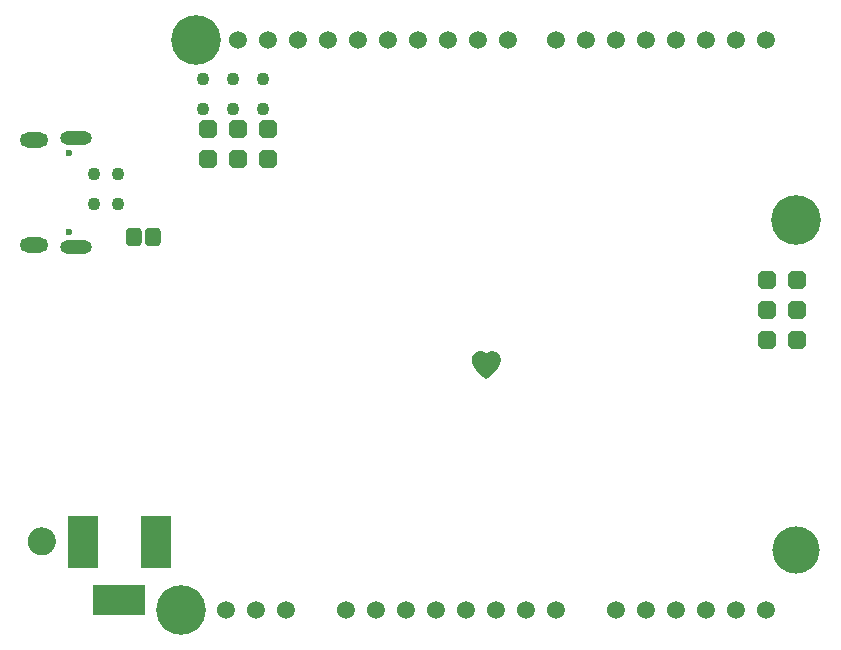
<source format=gbs>
G04*
G04 #@! TF.GenerationSoftware,Altium Limited,Altium Designer,23.8.1 (32)*
G04*
G04 Layer_Color=16711935*
%FSLAX44Y44*%
%MOMM*%
G71*
G04*
G04 #@! TF.SameCoordinates,6629C207-265C-49F2-9D33-E76E02802E5F*
G04*
G04*
G04 #@! TF.FilePolarity,Negative*
G04*
G01*
G75*
%ADD90R,2.6000X4.5000*%
%ADD91R,4.5000X2.6000*%
%ADD92O,2.4000X1.3000*%
%ADD93O,2.7000X1.1500*%
%ADD94C,0.6000*%
G04:AMPARAMS|DCode=95|XSize=1.6007mm|YSize=1.6007mm|CornerRadius=0mm|HoleSize=0mm|Usage=FLASHONLY|Rotation=180.000|XOffset=0mm|YOffset=0mm|HoleType=Round|Shape=Octagon|*
%AMOCTAGOND95*
4,1,8,-0.8004,0.4002,-0.8004,-0.4002,-0.4002,-0.8004,0.4002,-0.8004,0.8004,-0.4002,0.8004,0.4002,0.4002,0.8004,-0.4002,0.8004,-0.8004,0.4002,0.0*
%
%ADD95OCTAGOND95*%

%ADD96C,1.5220*%
%ADD97C,1.5224*%
G04:AMPARAMS|DCode=98|XSize=1.6007mm|YSize=1.6007mm|CornerRadius=0mm|HoleSize=0mm|Usage=FLASHONLY|Rotation=270.000|XOffset=0mm|YOffset=0mm|HoleType=Round|Shape=Octagon|*
%AMOCTAGOND98*
4,1,8,-0.4002,-0.8004,0.4002,-0.8004,0.8004,-0.4002,0.8004,0.4002,0.4002,0.8004,-0.4002,0.8004,-0.8004,0.4002,-0.8004,-0.4002,-0.4002,-0.8004,0.0*
%
%ADD98OCTAGOND98*%

%ADD99C,4.1999*%
%ADD100C,3.9999*%
G04:AMPARAMS|DCode=142|XSize=1.1mm|YSize=1.1mm|CornerRadius=0.55mm|HoleSize=0mm|Usage=FLASHONLY|Rotation=90.000|XOffset=0mm|YOffset=0mm|HoleType=Round|Shape=RoundedRectangle|*
%AMROUNDEDRECTD142*
21,1,1.1000,0.0000,0,0,90.0*
21,1,0.0000,1.1000,0,0,90.0*
1,1,1.1000,0.0000,0.0000*
1,1,1.1000,0.0000,0.0000*
1,1,1.1000,0.0000,0.0000*
1,1,1.1000,0.0000,0.0000*
%
%ADD142ROUNDEDRECTD142*%
G04:AMPARAMS|DCode=143|XSize=1.35mm|YSize=1.57mm|CornerRadius=0.3313mm|HoleSize=0mm|Usage=FLASHONLY|Rotation=180.000|XOffset=0mm|YOffset=0mm|HoleType=Round|Shape=RoundedRectangle|*
%AMROUNDEDRECTD143*
21,1,1.3500,0.9075,0,0,180.0*
21,1,0.6875,1.5700,0,0,180.0*
1,1,0.6625,-0.3438,0.4537*
1,1,0.6625,0.3438,0.4537*
1,1,0.6625,0.3438,-0.4537*
1,1,0.6625,-0.3438,-0.4537*
%
%ADD143ROUNDEDRECTD143*%
G04:AMPARAMS|DCode=144|XSize=1.1mm|YSize=1.1mm|CornerRadius=0.55mm|HoleSize=0mm|Usage=FLASHONLY|Rotation=180.000|XOffset=0mm|YOffset=0mm|HoleType=Round|Shape=RoundedRectangle|*
%AMROUNDEDRECTD144*
21,1,1.1000,0.0000,0,0,180.0*
21,1,0.0000,1.1000,0,0,180.0*
1,1,1.1000,0.0000,0.0000*
1,1,1.1000,0.0000,0.0000*
1,1,1.1000,0.0000,0.0000*
1,1,1.1000,0.0000,0.0000*
%
%ADD144ROUNDEDRECTD144*%
%ADD145C,1.1000*%
G36*
X28540Y93061D02*
X28606D01*
Y92995D01*
X28672D01*
Y92929D01*
X28804D01*
Y92863D01*
X28936D01*
Y92731D01*
X29069D01*
Y92664D01*
X29201D01*
Y92598D01*
X29267D01*
Y92532D01*
X29333D01*
Y92466D01*
X29399D01*
Y92400D01*
X29465D01*
Y92334D01*
X29532D01*
Y92268D01*
X29598D01*
Y92201D01*
X29796D01*
Y92135D01*
X29862D01*
Y92069D01*
X29929D01*
Y92003D01*
X29995D01*
Y91937D01*
X30061D01*
Y91871D01*
X30127D01*
Y91805D01*
X30193D01*
Y91738D01*
X30259D01*
Y91672D01*
X30325D01*
Y91606D01*
X30392D01*
Y91540D01*
X30458D01*
Y91474D01*
X30524D01*
Y91408D01*
X30590D01*
Y91341D01*
X30656D01*
Y91275D01*
X30722D01*
Y91209D01*
X30788D01*
Y91143D01*
X30855D01*
Y91077D01*
X30921D01*
Y90878D01*
X30987D01*
Y90812D01*
X31053D01*
Y90746D01*
X31119D01*
Y90680D01*
X31185D01*
Y90614D01*
X31251D01*
Y90548D01*
X31318D01*
Y90482D01*
X31384D01*
Y90283D01*
X31450D01*
Y90217D01*
X31582D01*
Y90085D01*
X31714D01*
Y89886D01*
X31781D01*
Y89820D01*
X31847D01*
Y89754D01*
X31913D01*
Y89556D01*
X31979D01*
Y89489D01*
X32045D01*
Y89423D01*
X32111D01*
Y89291D01*
X32178D01*
Y89225D01*
X32244D01*
Y89026D01*
X32310D01*
Y88828D01*
X32442D01*
Y88630D01*
X32508D01*
Y88431D01*
X32574D01*
Y88365D01*
X32641D01*
Y88233D01*
X32707D01*
Y88166D01*
X32773D01*
Y87968D01*
X32839D01*
Y87769D01*
X32971D01*
Y87439D01*
X33037D01*
Y87306D01*
X33103D01*
Y87240D01*
X33170D01*
Y86910D01*
X33302D01*
Y86513D01*
X33368D01*
Y86182D01*
X33500D01*
Y85653D01*
X33567D01*
Y85190D01*
X33633D01*
Y85124D01*
X33699D01*
Y84198D01*
X33765D01*
Y84131D01*
X33831D01*
Y82213D01*
X33765D01*
Y82147D01*
X33699D01*
Y81353D01*
X33633D01*
Y81287D01*
X33567D01*
Y80692D01*
X33500D01*
Y80295D01*
X33434D01*
Y80229D01*
X33368D01*
Y79832D01*
X33302D01*
Y79567D01*
X33236D01*
Y79501D01*
X33170D01*
Y79237D01*
X33103D01*
Y79171D01*
X33037D01*
Y78906D01*
X32971D01*
Y78708D01*
X32905D01*
Y78641D01*
X32839D01*
Y78377D01*
X32773D01*
Y78178D01*
X32707D01*
Y78112D01*
X32641D01*
Y77914D01*
X32508D01*
Y77715D01*
X32442D01*
Y77517D01*
X32376D01*
Y77451D01*
X32310D01*
Y77319D01*
X32244D01*
Y77252D01*
X32178D01*
Y77186D01*
X32111D01*
Y76988D01*
X32045D01*
Y76922D01*
X31979D01*
Y76789D01*
X31913D01*
Y76657D01*
X31781D01*
Y76459D01*
X31714D01*
Y76392D01*
X31648D01*
Y76326D01*
X31582D01*
Y76260D01*
X31516D01*
Y76194D01*
X31450D01*
Y75996D01*
X31384D01*
Y75929D01*
X31318D01*
Y75863D01*
X31251D01*
Y75797D01*
X31185D01*
Y75665D01*
X31119D01*
Y75599D01*
X31053D01*
Y75533D01*
X30987D01*
Y75466D01*
X30921D01*
Y75400D01*
X30855D01*
Y75334D01*
X30788D01*
Y75268D01*
X30722D01*
Y75202D01*
X30656D01*
Y75136D01*
X30590D01*
Y75069D01*
X30524D01*
Y75003D01*
X30458D01*
Y74937D01*
X30392D01*
Y74871D01*
X30325D01*
Y74805D01*
X30259D01*
Y74739D01*
X30193D01*
Y74673D01*
X30127D01*
Y74606D01*
X30061D01*
Y74540D01*
X29995D01*
Y74474D01*
X29929D01*
Y74408D01*
X29862D01*
Y74342D01*
X29796D01*
Y74276D01*
X29730D01*
Y74210D01*
X29664D01*
Y74144D01*
X29598D01*
Y74077D01*
X29532D01*
Y74011D01*
X29465D01*
Y73945D01*
X29399D01*
Y73879D01*
X29267D01*
Y73813D01*
X29201D01*
Y73747D01*
X29135D01*
Y73681D01*
X29069D01*
Y73614D01*
X28870D01*
Y73548D01*
X28804D01*
Y73482D01*
X28738D01*
Y73416D01*
X28672D01*
Y73350D01*
X28540D01*
Y73284D01*
X28407D01*
Y73151D01*
X28209D01*
Y73085D01*
X28143D01*
Y73019D01*
X28076D01*
Y72953D01*
X27878D01*
Y72887D01*
X27812D01*
Y72821D01*
X27680D01*
Y72754D01*
X27481D01*
Y72688D01*
X27415D01*
Y72622D01*
X27217D01*
Y72556D01*
X27084D01*
Y72490D01*
X27018D01*
Y72424D01*
X26820D01*
Y72358D01*
X26753D01*
Y72291D01*
X26621D01*
Y72225D01*
X26423D01*
Y72159D01*
X26357D01*
Y72093D01*
X26092D01*
Y72027D01*
X25828D01*
Y71961D01*
X25761D01*
Y71894D01*
X25431D01*
Y71762D01*
X25100D01*
Y71696D01*
X24703D01*
Y71564D01*
X24174D01*
Y71498D01*
X23579D01*
Y71431D01*
X23512D01*
Y71365D01*
X20403D01*
Y71431D01*
X20337D01*
Y71498D01*
X19610D01*
Y71564D01*
X19213D01*
Y71630D01*
X19147D01*
Y71696D01*
X18750D01*
Y71762D01*
X18419D01*
Y71828D01*
X18353D01*
Y71894D01*
X18022D01*
Y72027D01*
X17692D01*
Y72093D01*
X17493D01*
Y72225D01*
X17162D01*
Y72291D01*
X17030D01*
Y72358D01*
X16964D01*
Y72424D01*
X16766D01*
Y72490D01*
X16699D01*
Y72556D01*
X16567D01*
Y72622D01*
X16369D01*
Y72688D01*
X16302D01*
Y72754D01*
X16104D01*
Y72821D01*
X15972D01*
Y72887D01*
X15906D01*
Y72953D01*
X15840D01*
Y73019D01*
X15773D01*
Y73085D01*
X15575D01*
Y73151D01*
X15443D01*
Y73218D01*
X15376D01*
Y73284D01*
X15310D01*
Y73350D01*
X15112D01*
Y73416D01*
X15046D01*
Y73482D01*
X14980D01*
Y73548D01*
X14913D01*
Y73614D01*
X14847D01*
Y73681D01*
X14649D01*
Y73813D01*
X14517D01*
Y73879D01*
X14450D01*
Y74011D01*
X14318D01*
Y74144D01*
X14120D01*
Y74210D01*
X14053D01*
Y74276D01*
X13987D01*
Y74342D01*
X13921D01*
Y74408D01*
X13855D01*
Y74474D01*
X13789D01*
Y74540D01*
X13723D01*
Y74606D01*
X13657D01*
Y74673D01*
X13591D01*
Y74739D01*
X13524D01*
Y74805D01*
X13458D01*
Y74871D01*
X13392D01*
Y74937D01*
X13326D01*
Y75003D01*
X13260D01*
Y75069D01*
X13194D01*
Y75136D01*
X13127D01*
Y75202D01*
X13061D01*
Y75268D01*
X12995D01*
Y75334D01*
X12929D01*
Y75400D01*
X12863D01*
Y75599D01*
X12731D01*
Y75731D01*
X12665D01*
Y75797D01*
X12532D01*
Y75929D01*
X12400D01*
Y76128D01*
X12334D01*
Y76194D01*
X12268D01*
Y76260D01*
X12201D01*
Y76326D01*
X12135D01*
Y76525D01*
X12069D01*
Y76591D01*
X12003D01*
Y76657D01*
X11937D01*
Y76723D01*
X11871D01*
Y76856D01*
X11805D01*
Y77054D01*
X11738D01*
Y77120D01*
X11672D01*
Y77186D01*
X11606D01*
Y77385D01*
X11474D01*
Y77583D01*
X11408D01*
Y77649D01*
X11342D01*
Y77848D01*
X11275D01*
Y77980D01*
X11209D01*
Y78046D01*
X11143D01*
Y78245D01*
X11077D01*
Y78443D01*
X10945D01*
Y78774D01*
X10878D01*
Y78840D01*
X10812D01*
Y78972D01*
X10746D01*
Y79303D01*
X10614D01*
Y79634D01*
X10548D01*
Y79898D01*
X10482D01*
Y79964D01*
X10416D01*
Y80361D01*
X10349D01*
Y80427D01*
X10283D01*
Y80890D01*
X10217D01*
Y81486D01*
X10151D01*
Y81552D01*
X10085D01*
Y82676D01*
X10019D01*
Y83668D01*
X10085D01*
Y84859D01*
X10151D01*
Y84925D01*
X10217D01*
Y85521D01*
X10283D01*
Y85918D01*
X10349D01*
Y85984D01*
X10416D01*
Y86381D01*
X10482D01*
Y86447D01*
X10548D01*
Y86844D01*
X10614D01*
Y87108D01*
X10680D01*
Y87174D01*
X10746D01*
Y87373D01*
X10812D01*
Y87637D01*
X10878D01*
Y87703D01*
X10945D01*
Y87836D01*
X11011D01*
Y87902D01*
X11077D01*
Y88166D01*
X11143D01*
Y88365D01*
X11209D01*
Y88431D01*
X11275D01*
Y88630D01*
X11342D01*
Y88762D01*
X11408D01*
Y88828D01*
X11474D01*
Y89026D01*
X11540D01*
Y89093D01*
X11606D01*
Y89159D01*
X11672D01*
Y89357D01*
X11805D01*
Y89556D01*
X11871D01*
Y89622D01*
X11937D01*
Y89688D01*
X12003D01*
Y89886D01*
X12069D01*
Y89952D01*
X12135D01*
Y90019D01*
X12201D01*
Y90151D01*
X12268D01*
Y90217D01*
X12334D01*
Y90283D01*
X12400D01*
Y90349D01*
X12466D01*
Y90415D01*
X12532D01*
Y90614D01*
X12598D01*
Y90680D01*
X12665D01*
Y90746D01*
X12731D01*
Y90812D01*
X12797D01*
Y90878D01*
X12863D01*
Y90944D01*
X12929D01*
Y91011D01*
X12995D01*
Y91077D01*
X13061D01*
Y91143D01*
X13127D01*
Y91209D01*
X13194D01*
Y91341D01*
X13260D01*
Y91474D01*
X13392D01*
Y91606D01*
X13458D01*
Y91672D01*
X13591D01*
Y91805D01*
X13723D01*
Y91871D01*
X13855D01*
Y91937D01*
X13921D01*
Y92003D01*
X13987D01*
Y92069D01*
X14053D01*
Y92135D01*
X14120D01*
Y92201D01*
X14186D01*
Y92268D01*
X14252D01*
Y92334D01*
X14318D01*
Y92400D01*
X14384D01*
Y92466D01*
X14450D01*
Y92532D01*
X14649D01*
Y92598D01*
X14715D01*
Y92664D01*
X14781D01*
Y92731D01*
X14847D01*
Y92797D01*
X14913D01*
Y92863D01*
X15046D01*
Y92929D01*
X15112D01*
Y92995D01*
X15178D01*
Y93061D01*
X15376D01*
Y93127D01*
X15443D01*
Y93194D01*
X15509D01*
Y93260D01*
X15707D01*
Y93392D01*
X15840D01*
Y93458D01*
X15972D01*
Y93524D01*
X16038D01*
Y93590D01*
X16236D01*
Y93657D01*
X16302D01*
Y93723D01*
X16435D01*
Y93789D01*
X16633D01*
Y93855D01*
X16699D01*
Y93921D01*
X16898D01*
Y93987D01*
X17030D01*
Y94053D01*
X17096D01*
Y94120D01*
X17295D01*
Y94186D01*
X17361D01*
Y94252D01*
X17625D01*
Y94318D01*
X17890D01*
Y94384D01*
X17956D01*
Y94450D01*
X18155D01*
Y94516D01*
X18551D01*
Y94649D01*
X18882D01*
Y94715D01*
X18948D01*
Y94781D01*
X19411D01*
Y94847D01*
X19941D01*
Y94979D01*
X20800D01*
Y95046D01*
X23115D01*
Y94979D01*
X23909D01*
Y94913D01*
X23975D01*
Y94847D01*
X24505D01*
Y94781D01*
X24901D01*
Y94649D01*
X25298D01*
Y94583D01*
X25364D01*
Y94516D01*
X25629D01*
Y94450D01*
X25960D01*
Y94384D01*
X26026D01*
Y94318D01*
X26158D01*
Y94252D01*
X26489D01*
Y94120D01*
X26687D01*
Y94053D01*
X26753D01*
Y93987D01*
X26952D01*
Y93921D01*
X27217D01*
Y93855D01*
X27283D01*
Y93789D01*
X27481D01*
Y93723D01*
X27547D01*
Y93590D01*
X27746D01*
Y93524D01*
X27812D01*
Y93458D01*
X28010D01*
Y93392D01*
X28143D01*
Y93326D01*
X28209D01*
Y93260D01*
X28275D01*
Y93194D01*
X28473D01*
Y93127D01*
X28540D01*
Y93061D01*
D02*
G37*
G36*
X398487Y242535D02*
Y242579D01*
X398531D01*
Y242623D01*
X398575D01*
Y242667D01*
X398751D01*
Y242711D01*
X398795D01*
Y242755D01*
X398839D01*
Y242799D01*
X398884D01*
Y242843D01*
X398928D01*
Y242888D01*
X398972D01*
Y242932D01*
X399016D01*
Y242976D01*
X399148D01*
Y243020D01*
X399192D01*
Y243064D01*
X399236D01*
Y243108D01*
X399280D01*
Y243152D01*
X399324D01*
Y243196D01*
X399501D01*
Y243284D01*
X399545D01*
Y243329D01*
X399721D01*
Y243373D01*
X399765D01*
Y243417D01*
X399942D01*
Y243505D01*
X400118D01*
Y243549D01*
X400162D01*
Y243637D01*
X400339D01*
Y243681D01*
X400383D01*
Y243725D01*
X400647D01*
Y243769D01*
X400691D01*
Y243814D01*
X400736D01*
Y243858D01*
X400868D01*
Y243902D01*
X400912D01*
Y243946D01*
X401309D01*
Y244034D01*
X401397D01*
Y244078D01*
X401441D01*
Y244034D01*
X401706D01*
Y244078D01*
X401750D01*
Y244166D01*
X402455D01*
Y244210D01*
X402499D01*
Y244255D01*
X403867D01*
Y244166D01*
X404572D01*
Y244122D01*
X404616D01*
Y244078D01*
X404660D01*
Y244034D01*
X405013D01*
Y244078D01*
X405057D01*
Y244034D01*
X405101D01*
Y243990D01*
X405145D01*
Y243946D01*
X405410D01*
Y243902D01*
X405454D01*
Y243858D01*
X405498D01*
Y243814D01*
X405586D01*
Y243858D01*
X405719D01*
Y243814D01*
X405763D01*
Y243769D01*
X405807D01*
Y243725D01*
X406071D01*
Y243637D01*
X406248D01*
Y243593D01*
X406292D01*
Y243549D01*
X406336D01*
Y243505D01*
X406512D01*
Y243417D01*
X406689D01*
Y243373D01*
X406733D01*
Y243329D01*
X406865D01*
Y243284D01*
X406909D01*
Y243240D01*
X406953D01*
Y243196D01*
X406997D01*
Y243152D01*
X407042D01*
Y243108D01*
X407218D01*
Y243064D01*
X407262D01*
Y243020D01*
X407306D01*
Y242976D01*
X407350D01*
Y242888D01*
X407527D01*
Y242843D01*
X407571D01*
Y242799D01*
X407615D01*
Y242755D01*
X407659D01*
Y242711D01*
X407703D01*
Y242667D01*
X407747D01*
Y242623D01*
X407791D01*
Y242579D01*
X407835D01*
Y242535D01*
X407879D01*
Y242491D01*
X407923D01*
Y242447D01*
X408100D01*
Y242358D01*
X408188D01*
Y242270D01*
X408276D01*
Y242226D01*
X408320D01*
Y242138D01*
X408409D01*
Y242050D01*
X408497D01*
Y241961D01*
X408541D01*
Y241917D01*
X408629D01*
Y241829D01*
X408717D01*
Y241653D01*
X408761D01*
Y241609D01*
X408805D01*
Y241565D01*
X408849D01*
Y241521D01*
X408894D01*
Y241476D01*
X408938D01*
Y241432D01*
X408982D01*
Y241388D01*
X409026D01*
Y241344D01*
X409070D01*
Y241300D01*
X409114D01*
Y241256D01*
X409158D01*
Y241080D01*
X409246D01*
Y241035D01*
X409290D01*
Y240991D01*
X409334D01*
Y240947D01*
X409379D01*
Y240771D01*
X409467D01*
Y240595D01*
X409511D01*
Y240550D01*
X409555D01*
Y240506D01*
X409599D01*
Y240462D01*
X409643D01*
Y240418D01*
X409687D01*
Y240242D01*
X409776D01*
Y240065D01*
X409820D01*
Y240021D01*
X409864D01*
Y239977D01*
X409908D01*
Y239845D01*
X409864D01*
Y239801D01*
X409908D01*
Y239713D01*
X409996D01*
Y239536D01*
X410040D01*
Y239492D01*
X410084D01*
Y239448D01*
X410128D01*
Y239360D01*
X410084D01*
Y239228D01*
X410128D01*
Y239183D01*
X410172D01*
Y239139D01*
X410216D01*
Y238787D01*
X410261D01*
Y238742D01*
X410305D01*
Y238257D01*
X410349D01*
Y238213D01*
X410393D01*
Y238169D01*
X410437D01*
Y237508D01*
X410393D01*
Y237464D01*
X410437D01*
Y237375D01*
X410525D01*
Y236361D01*
X410481D01*
Y236317D01*
X410437D01*
Y235523D01*
X410393D01*
Y235479D01*
X410349D01*
Y235435D01*
X410305D01*
Y234950D01*
X410216D01*
Y234553D01*
X410172D01*
Y234509D01*
X410128D01*
Y234465D01*
X410084D01*
Y234244D01*
X410128D01*
Y234156D01*
X410084D01*
Y234112D01*
X410040D01*
Y234068D01*
X409996D01*
Y233804D01*
X409952D01*
Y233759D01*
X409908D01*
Y233715D01*
X409864D01*
Y233671D01*
X409908D01*
Y233495D01*
X409864D01*
Y233451D01*
X409776D01*
Y233142D01*
X409687D01*
Y232966D01*
X409643D01*
Y232922D01*
X409599D01*
Y232878D01*
X409555D01*
Y232745D01*
X409599D01*
Y232701D01*
X409555D01*
Y232613D01*
X409467D01*
Y232437D01*
X409423D01*
Y232392D01*
X409379D01*
Y232216D01*
X409290D01*
Y232172D01*
X409246D01*
Y231996D01*
X409158D01*
Y231819D01*
X409114D01*
Y231775D01*
X409070D01*
Y231731D01*
X409026D01*
Y231555D01*
X408938D01*
Y231378D01*
X408894D01*
Y231334D01*
X408849D01*
Y231158D01*
X408761D01*
Y231114D01*
X408717D01*
Y230937D01*
X408629D01*
Y230761D01*
X408585D01*
Y230717D01*
X408541D01*
Y230673D01*
X408497D01*
Y230629D01*
X408453D01*
Y230585D01*
X408409D01*
Y230408D01*
X408320D01*
Y230232D01*
X408276D01*
Y230188D01*
X408232D01*
Y230144D01*
X408188D01*
Y230099D01*
X408144D01*
Y230055D01*
X408100D01*
Y229879D01*
X408012D01*
Y229835D01*
X407967D01*
Y229658D01*
X407923D01*
Y229614D01*
X407879D01*
Y229570D01*
X407835D01*
Y229526D01*
X407791D01*
Y229394D01*
X407747D01*
Y229350D01*
X407703D01*
Y229306D01*
X407659D01*
Y229261D01*
X407615D01*
Y229217D01*
X407571D01*
Y229173D01*
X407527D01*
Y229129D01*
X407482D01*
Y229085D01*
X407438D01*
Y228909D01*
X407350D01*
Y228821D01*
X407262D01*
Y228644D01*
X407218D01*
Y228600D01*
X407174D01*
Y228556D01*
X407130D01*
Y228512D01*
X407086D01*
Y228468D01*
X407042D01*
Y228424D01*
X406997D01*
Y228380D01*
X406953D01*
Y228335D01*
X406909D01*
Y228203D01*
X406865D01*
Y228159D01*
X406821D01*
Y228115D01*
X406777D01*
Y228071D01*
X406733D01*
Y228027D01*
X406689D01*
Y227983D01*
X406645D01*
Y227939D01*
X406600D01*
Y227894D01*
X406556D01*
Y227850D01*
X406512D01*
Y227674D01*
X406468D01*
Y227630D01*
X406424D01*
Y227586D01*
X406380D01*
Y227542D01*
X406336D01*
Y227498D01*
X406292D01*
Y227453D01*
X406248D01*
Y227409D01*
X406204D01*
Y227365D01*
X406160D01*
Y227321D01*
X406115D01*
Y227277D01*
X406071D01*
Y227233D01*
X406027D01*
Y227189D01*
X405983D01*
Y227145D01*
X405939D01*
Y227101D01*
X405895D01*
Y227057D01*
X405851D01*
Y226924D01*
X405807D01*
Y226880D01*
X405763D01*
Y226836D01*
X405719D01*
Y226792D01*
X405674D01*
Y226748D01*
X405630D01*
Y226704D01*
X405586D01*
Y226660D01*
X405542D01*
Y226616D01*
X405498D01*
Y226572D01*
X405454D01*
Y226528D01*
X405410D01*
Y226483D01*
X405366D01*
Y226439D01*
X405322D01*
Y226395D01*
X405278D01*
Y226351D01*
X405233D01*
Y226307D01*
X405189D01*
Y226263D01*
X405145D01*
Y226219D01*
X405101D01*
Y226175D01*
X405057D01*
Y226131D01*
X405013D01*
Y226087D01*
X404969D01*
Y226042D01*
X404925D01*
Y225998D01*
X404881D01*
Y225954D01*
X404837D01*
Y225910D01*
X404793D01*
Y225866D01*
X404748D01*
Y225822D01*
X404704D01*
Y225778D01*
X404660D01*
Y225734D01*
X404616D01*
Y225690D01*
X404572D01*
Y225646D01*
X404528D01*
Y225602D01*
X404484D01*
Y225557D01*
X404440D01*
Y225513D01*
X404396D01*
Y225469D01*
X404352D01*
Y225425D01*
X404307D01*
Y225381D01*
X404263D01*
Y225337D01*
X404219D01*
Y225293D01*
X404175D01*
Y225249D01*
X404131D01*
Y225205D01*
X404087D01*
Y225161D01*
X404043D01*
Y225116D01*
X403999D01*
Y225072D01*
X403955D01*
Y225028D01*
X403911D01*
Y224984D01*
X403867D01*
Y224940D01*
X403822D01*
Y224896D01*
X403778D01*
Y224852D01*
X403734D01*
Y224808D01*
X403690D01*
Y224764D01*
X403646D01*
Y224720D01*
X403602D01*
Y224675D01*
X403558D01*
Y224631D01*
X403514D01*
Y224587D01*
X403470D01*
Y224543D01*
X403425D01*
Y224499D01*
X403381D01*
Y224455D01*
X403337D01*
Y224411D01*
X403293D01*
Y224367D01*
X403249D01*
Y224323D01*
X403205D01*
Y224279D01*
X403161D01*
Y224235D01*
X403117D01*
Y224190D01*
X403073D01*
Y224146D01*
X403029D01*
Y224102D01*
X402985D01*
Y224058D01*
X402808D01*
Y223970D01*
X402764D01*
Y223926D01*
X402720D01*
Y223882D01*
X402676D01*
Y223838D01*
X402632D01*
Y223794D01*
X402588D01*
Y223749D01*
X402543D01*
Y223705D01*
X402499D01*
Y223661D01*
X402455D01*
Y223617D01*
X402411D01*
Y223573D01*
X402367D01*
Y223529D01*
X402323D01*
Y223485D01*
X402279D01*
Y223441D01*
X402235D01*
Y223397D01*
X402058D01*
Y223353D01*
X402014D01*
Y223308D01*
X401970D01*
Y223264D01*
X401926D01*
Y223220D01*
X401882D01*
Y223176D01*
X401838D01*
Y223132D01*
X401794D01*
Y223088D01*
X401750D01*
Y223000D01*
X401573D01*
Y222956D01*
X401529D01*
Y222911D01*
X401485D01*
Y222867D01*
X401441D01*
Y222823D01*
X401397D01*
Y222779D01*
X401353D01*
Y222735D01*
X401309D01*
Y222691D01*
X401265D01*
Y222647D01*
X401221D01*
Y222603D01*
X401176D01*
Y222559D01*
X401000D01*
Y222471D01*
X400912D01*
Y222382D01*
X400868D01*
Y222338D01*
X400780D01*
Y222250D01*
X400691D01*
Y222162D01*
X400515D01*
Y222118D01*
X400471D01*
Y222074D01*
X400427D01*
Y222030D01*
X400383D01*
Y221985D01*
X400339D01*
Y221941D01*
X400295D01*
Y221897D01*
X400251D01*
Y221853D01*
X400206D01*
Y221809D01*
X400074D01*
Y221765D01*
X400030D01*
Y221721D01*
X399986D01*
Y221677D01*
X399942D01*
Y221633D01*
X399765D01*
Y221589D01*
X399721D01*
Y221544D01*
X399677D01*
Y221500D01*
X399633D01*
Y221456D01*
X399589D01*
Y221412D01*
X399545D01*
Y221368D01*
X399501D01*
Y221324D01*
X399457D01*
Y221280D01*
X399324D01*
Y221236D01*
X399280D01*
Y221192D01*
X399236D01*
Y221148D01*
X399192D01*
Y221103D01*
X399016D01*
Y221059D01*
X398972D01*
Y220971D01*
X398884D01*
Y220883D01*
X398795D01*
Y220795D01*
X398751D01*
Y220751D01*
X398575D01*
Y220707D01*
X398531D01*
Y220663D01*
X398487D01*
Y220618D01*
X398442D01*
Y220574D01*
X398398D01*
Y220530D01*
X398354D01*
Y220574D01*
X398178D01*
Y220530D01*
X398090D01*
Y220574D01*
X398046D01*
Y220618D01*
X398002D01*
Y220663D01*
X397825D01*
Y220751D01*
X397781D01*
Y220795D01*
X397737D01*
Y220839D01*
X397693D01*
Y220883D01*
X397649D01*
Y220927D01*
X397605D01*
Y220971D01*
X397428D01*
Y221015D01*
X397384D01*
Y221059D01*
X397340D01*
Y221103D01*
X397296D01*
Y221192D01*
X397120D01*
Y221236D01*
X397076D01*
Y221280D01*
X397031D01*
Y221324D01*
X396987D01*
Y221368D01*
X396943D01*
Y221412D01*
X396899D01*
Y221456D01*
X396855D01*
Y221500D01*
X396679D01*
Y221589D01*
X396634D01*
Y221633D01*
X396546D01*
Y221721D01*
X396370D01*
Y221765D01*
X396326D01*
Y221809D01*
X396282D01*
Y221853D01*
X396238D01*
Y221897D01*
X396194D01*
Y221941D01*
X396149D01*
Y221985D01*
X396105D01*
Y222030D01*
X395929D01*
Y222118D01*
X395885D01*
Y222162D01*
X395841D01*
Y222206D01*
X395797D01*
Y222250D01*
X395753D01*
Y222294D01*
X395709D01*
Y222338D01*
X395532D01*
Y222382D01*
X395488D01*
Y222426D01*
X395444D01*
Y222471D01*
X395400D01*
Y222515D01*
X395356D01*
Y222559D01*
X395312D01*
Y222603D01*
X395267D01*
Y222647D01*
X395223D01*
Y222691D01*
X395179D01*
Y222779D01*
X395003D01*
Y222823D01*
X394959D01*
Y222867D01*
X394915D01*
Y222911D01*
X394871D01*
Y222956D01*
X394827D01*
Y223000D01*
X394782D01*
Y223044D01*
X394738D01*
Y223088D01*
X394694D01*
Y223132D01*
X394650D01*
Y223176D01*
X394606D01*
Y223220D01*
X394430D01*
Y223308D01*
X394342D01*
Y223397D01*
X394253D01*
Y223441D01*
X394209D01*
Y223529D01*
X394121D01*
Y223617D01*
X394033D01*
Y223705D01*
X393989D01*
Y223749D01*
X393900D01*
Y223838D01*
X393724D01*
Y223882D01*
X393680D01*
Y223926D01*
X393636D01*
Y223970D01*
X393592D01*
Y224014D01*
X393548D01*
Y224058D01*
X393504D01*
Y224102D01*
X393460D01*
Y224146D01*
X393415D01*
Y224190D01*
X393371D01*
Y224235D01*
X393327D01*
Y224279D01*
X393283D01*
Y224323D01*
X393239D01*
Y224367D01*
X393195D01*
Y224411D01*
X393151D01*
Y224455D01*
X393107D01*
Y224499D01*
X393063D01*
Y224543D01*
X393018D01*
Y224587D01*
X392974D01*
Y224631D01*
X392930D01*
Y224675D01*
X392754D01*
Y224764D01*
X392710D01*
Y224808D01*
X392666D01*
Y224852D01*
X392622D01*
Y224896D01*
X392578D01*
Y224940D01*
X392533D01*
Y224984D01*
X392489D01*
Y225028D01*
X392445D01*
Y225072D01*
X392401D01*
Y225116D01*
X392357D01*
Y225161D01*
X392313D01*
Y225205D01*
X392269D01*
Y225249D01*
X392225D01*
Y225293D01*
X392181D01*
Y225337D01*
X392137D01*
Y225381D01*
X392093D01*
Y225425D01*
X392048D01*
Y225469D01*
X392004D01*
Y225513D01*
X391960D01*
Y225557D01*
X391916D01*
Y225602D01*
X391872D01*
Y225646D01*
X391828D01*
Y225690D01*
X391784D01*
Y225734D01*
X391740D01*
Y225778D01*
X391696D01*
Y225822D01*
X391651D01*
Y225866D01*
X391607D01*
Y225910D01*
X391563D01*
Y225954D01*
X391519D01*
Y225998D01*
X391475D01*
Y226042D01*
X391431D01*
Y226087D01*
X391387D01*
Y226131D01*
X391343D01*
Y226175D01*
X391299D01*
Y226219D01*
X391255D01*
Y226263D01*
X391166D01*
Y226439D01*
X391122D01*
Y226483D01*
X391078D01*
Y226528D01*
X391034D01*
Y226572D01*
X390990D01*
Y226616D01*
X390946D01*
Y226660D01*
X390902D01*
Y226704D01*
X390858D01*
Y226748D01*
X390814D01*
Y226792D01*
X390770D01*
Y226836D01*
X390726D01*
Y226880D01*
X390681D01*
Y226924D01*
X390637D01*
Y226968D01*
X390593D01*
Y227013D01*
X390549D01*
Y227057D01*
X390505D01*
Y227101D01*
X390461D01*
Y227145D01*
X390417D01*
Y227189D01*
X390373D01*
Y227233D01*
X390329D01*
Y227409D01*
X390285D01*
Y227453D01*
X390196D01*
Y227542D01*
X390108D01*
Y227630D01*
X390020D01*
Y227674D01*
X389976D01*
Y227762D01*
X389888D01*
Y227850D01*
X389799D01*
Y228027D01*
X389755D01*
Y228071D01*
X389711D01*
Y228115D01*
X389667D01*
Y228159D01*
X389623D01*
Y228203D01*
X389579D01*
Y228247D01*
X389535D01*
Y228291D01*
X389491D01*
Y228335D01*
X389447D01*
Y228468D01*
X389403D01*
Y228512D01*
X389358D01*
Y228556D01*
X389314D01*
Y228600D01*
X389270D01*
Y228644D01*
X389226D01*
Y228688D01*
X389182D01*
Y228732D01*
X389138D01*
Y228909D01*
X389094D01*
Y228953D01*
X389050D01*
Y228997D01*
X389006D01*
Y229041D01*
X388962D01*
Y229085D01*
X388918D01*
Y229217D01*
X388873D01*
Y229261D01*
X388829D01*
Y229306D01*
X388785D01*
Y229350D01*
X388741D01*
Y229394D01*
X388697D01*
Y229438D01*
X388653D01*
Y229482D01*
X388609D01*
Y229658D01*
X388521D01*
Y229747D01*
X388432D01*
Y229791D01*
X388388D01*
Y229967D01*
X388344D01*
Y230011D01*
X388300D01*
Y230188D01*
X388212D01*
Y230232D01*
X388168D01*
Y230276D01*
X388124D01*
Y230320D01*
X388080D01*
Y230496D01*
X387991D01*
Y230673D01*
X387947D01*
Y230717D01*
X387903D01*
Y230761D01*
X387859D01*
Y230805D01*
X387815D01*
Y230849D01*
X387771D01*
Y231025D01*
X387683D01*
Y231202D01*
X387639D01*
Y231246D01*
X387595D01*
Y231290D01*
X387551D01*
Y231466D01*
X387462D01*
Y231643D01*
X387418D01*
Y231687D01*
X387330D01*
Y231863D01*
X387286D01*
Y231907D01*
X387242D01*
Y232084D01*
X387154D01*
Y232260D01*
X387109D01*
Y232304D01*
X387065D01*
Y232348D01*
X387021D01*
Y232613D01*
X386933D01*
Y232789D01*
X386889D01*
Y232833D01*
X386845D01*
Y232878D01*
X386801D01*
Y233010D01*
X386845D01*
Y233098D01*
X386801D01*
Y233142D01*
X386757D01*
Y233186D01*
X386713D01*
Y233363D01*
X386624D01*
Y233451D01*
X386580D01*
Y233495D01*
X386624D01*
Y233627D01*
X386580D01*
Y233671D01*
X386536D01*
Y233715D01*
X386492D01*
Y233980D01*
X386448D01*
Y234024D01*
X386404D01*
Y234377D01*
X386360D01*
Y234421D01*
X386316D01*
Y234465D01*
X386272D01*
Y234730D01*
X386316D01*
Y234774D01*
X386272D01*
Y234818D01*
X386228D01*
Y234862D01*
X386184D01*
Y235259D01*
X386095D01*
Y235347D01*
X386051D01*
Y235391D01*
X386095D01*
Y235964D01*
X386051D01*
Y236008D01*
X386007D01*
Y236052D01*
X385963D01*
Y237905D01*
X386051D01*
Y237949D01*
X386095D01*
Y238434D01*
X386051D01*
Y238478D01*
X386095D01*
Y238522D01*
X386139D01*
Y238566D01*
X386184D01*
Y238963D01*
X386272D01*
Y239051D01*
X386316D01*
Y239095D01*
X386272D01*
Y239228D01*
X386316D01*
Y239272D01*
X386360D01*
Y239316D01*
X386404D01*
Y239580D01*
X386448D01*
Y239624D01*
X386492D01*
Y239801D01*
X386580D01*
Y239845D01*
X386624D01*
Y240021D01*
X386580D01*
Y240065D01*
X386624D01*
Y240110D01*
X386669D01*
Y240154D01*
X386713D01*
Y240330D01*
X386757D01*
Y240374D01*
X386801D01*
Y240506D01*
X386845D01*
Y240550D01*
X386889D01*
Y240595D01*
X386933D01*
Y240639D01*
X386977D01*
Y240683D01*
X387021D01*
Y240859D01*
X387109D01*
Y240903D01*
X387154D01*
Y240991D01*
X387242D01*
Y241168D01*
X387286D01*
Y241212D01*
X387330D01*
Y241256D01*
X387374D01*
Y241300D01*
X387418D01*
Y241344D01*
X387462D01*
Y241521D01*
X387551D01*
Y241565D01*
X387595D01*
Y241609D01*
X387639D01*
Y241653D01*
X387683D01*
Y241697D01*
X387727D01*
Y241741D01*
X387771D01*
Y241785D01*
X387815D01*
Y241829D01*
X387859D01*
Y241873D01*
X387903D01*
Y241917D01*
X387947D01*
Y241961D01*
X387991D01*
Y242006D01*
X388036D01*
Y242050D01*
X388080D01*
Y242094D01*
X388124D01*
Y242138D01*
X388168D01*
Y242182D01*
X388212D01*
Y242226D01*
X388256D01*
Y242270D01*
X388300D01*
Y242314D01*
X388344D01*
Y242358D01*
X388388D01*
Y242402D01*
X388432D01*
Y242447D01*
X388476D01*
Y242491D01*
X388521D01*
Y242535D01*
X388565D01*
Y242579D01*
X388609D01*
Y242623D01*
X388653D01*
Y242667D01*
X388697D01*
Y242711D01*
X388741D01*
Y242755D01*
X388785D01*
Y242799D01*
X388918D01*
Y242843D01*
X388962D01*
Y242888D01*
X389006D01*
Y242932D01*
X389050D01*
Y242976D01*
X389226D01*
Y243020D01*
X389270D01*
Y243108D01*
X389358D01*
Y243196D01*
X389535D01*
Y243240D01*
X389579D01*
Y243284D01*
X389623D01*
Y243329D01*
X389755D01*
Y243373D01*
X389799D01*
Y243417D01*
X389976D01*
Y243461D01*
X390020D01*
Y243505D01*
X390152D01*
Y243549D01*
X390196D01*
Y243593D01*
X390240D01*
Y243637D01*
X390417D01*
Y243725D01*
X390593D01*
Y243769D01*
X390637D01*
Y243814D01*
X390681D01*
Y243858D01*
X390814D01*
Y243814D01*
X390858D01*
Y243858D01*
X390946D01*
Y243946D01*
X391343D01*
Y243990D01*
X391387D01*
Y244034D01*
X391431D01*
Y244078D01*
X391475D01*
Y244034D01*
X391740D01*
Y244078D01*
X391784D01*
Y244122D01*
X391828D01*
Y244166D01*
X392533D01*
Y244255D01*
X393900D01*
Y244166D01*
X394606D01*
Y244122D01*
X394650D01*
Y244078D01*
X394694D01*
Y244034D01*
X395047D01*
Y244078D01*
X395091D01*
Y244034D01*
X395179D01*
Y243946D01*
X395488D01*
Y243858D01*
X395576D01*
Y243814D01*
X395620D01*
Y243858D01*
X395753D01*
Y243814D01*
X395797D01*
Y243769D01*
X395841D01*
Y243725D01*
X396105D01*
Y243681D01*
X396149D01*
Y243637D01*
X396326D01*
Y243549D01*
X396370D01*
Y243505D01*
X396546D01*
Y243461D01*
X396590D01*
Y243417D01*
X396767D01*
Y243329D01*
X396943D01*
Y243284D01*
X396987D01*
Y243240D01*
X397031D01*
Y243196D01*
X397076D01*
Y243108D01*
X397252D01*
Y243064D01*
X397296D01*
Y243020D01*
X397340D01*
Y242976D01*
X397384D01*
Y242932D01*
X397428D01*
Y242888D01*
X397605D01*
Y242799D01*
X397693D01*
Y242755D01*
X397737D01*
Y242667D01*
X397825D01*
Y242579D01*
X397913D01*
Y242491D01*
X397957D01*
Y242447D01*
X398134D01*
Y242402D01*
X398178D01*
Y242358D01*
X398310D01*
Y242402D01*
X398354D01*
Y242447D01*
X398398D01*
Y242491D01*
X398442D01*
Y242535D01*
X398487D01*
D02*
G37*
D90*
X56900Y83060D02*
D03*
X118900D02*
D03*
D91*
X87400Y33560D02*
D03*
D92*
X15500Y334460D02*
D03*
Y422860D02*
D03*
D93*
X51000Y332210D02*
D03*
Y425110D02*
D03*
D94*
X45250Y345460D02*
D03*
Y411860D02*
D03*
D95*
X162560Y406940D02*
D03*
Y432340D02*
D03*
X187960Y406940D02*
D03*
Y432340D02*
D03*
X213360Y406940D02*
D03*
Y432340D02*
D03*
D96*
X228600Y25400D02*
D03*
X203200D02*
D03*
X177800D02*
D03*
D97*
X635000Y508000D02*
D03*
X609600D02*
D03*
X584200D02*
D03*
X558800D02*
D03*
X533400D02*
D03*
X508000D02*
D03*
X482600D02*
D03*
X457200D02*
D03*
X416560D02*
D03*
X391160D02*
D03*
X365760D02*
D03*
X340360D02*
D03*
X314960D02*
D03*
X289560D02*
D03*
X264160D02*
D03*
X238760D02*
D03*
X213360D02*
D03*
X187960D02*
D03*
X279400Y25400D02*
D03*
X304800D02*
D03*
X330200D02*
D03*
X355600D02*
D03*
X381000D02*
D03*
X406400D02*
D03*
X431800D02*
D03*
X457200D02*
D03*
X508000D02*
D03*
X533400D02*
D03*
X558800D02*
D03*
X584200D02*
D03*
X609600D02*
D03*
X635000D02*
D03*
D98*
X636270Y304800D02*
D03*
X661670D02*
D03*
X636270Y279400D02*
D03*
X661670D02*
D03*
X636270Y254000D02*
D03*
X661670D02*
D03*
D99*
X139700Y25400D02*
D03*
X660400Y355600D02*
D03*
X152400Y508000D02*
D03*
D100*
X660400Y76200D02*
D03*
D142*
X398381Y233398D02*
D03*
X66150Y368750D02*
D03*
X86150Y368600D02*
D03*
X158350Y449500D02*
D03*
D143*
X100200Y340660D02*
D03*
X116300D02*
D03*
D144*
X158350Y474900D02*
D03*
X66150Y394000D02*
D03*
X86150Y394000D02*
D03*
X183750Y474900D02*
D03*
D145*
X209150D02*
D03*
Y449500D02*
D03*
X183750D02*
D03*
M02*

</source>
